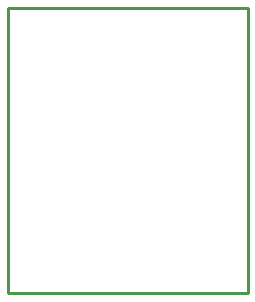
<source format=gm1>
%FSLAX25Y25*%
%MOIN*%
G70*
G01*
G75*
G04 Layer_Color=16711935*
%ADD10R,0.05512X0.01772*%
%ADD11C,0.01575*%
%ADD12C,0.01000*%
%ADD13C,0.05906*%
%ADD14R,0.05906X0.05906*%
D12*
X430000Y305000D02*
Y400000D01*
Y305000D02*
X430000Y305000D01*
X510000D01*
Y400000D01*
X430000D02*
X510000D01*
X430000Y305000D02*
Y400000D01*
Y305000D02*
X430000Y305000D01*
X510000D01*
Y400000D01*
X430000D02*
X510000D01*
M02*

</source>
